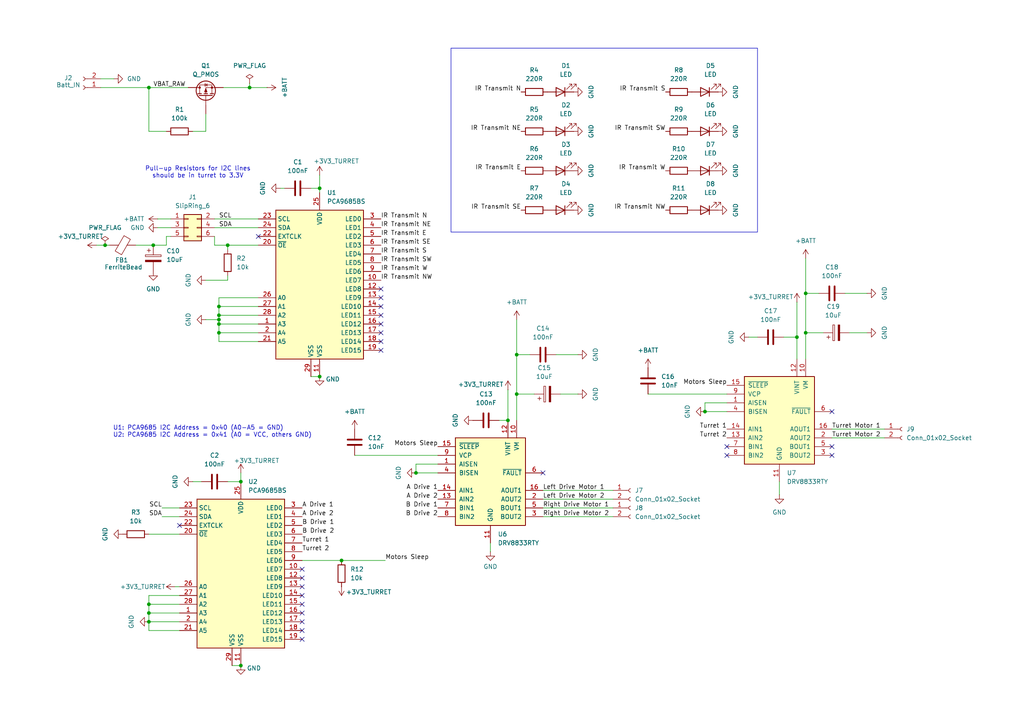
<source format=kicad_sch>
(kicad_sch (version 20250114) (generator "eeschema") (generator_version "9.0")
  (paper "A4")
  (title_block (title "Thundergeddon Tank Hull Board"))
  (lib_symbols
    (symbol "Connector:Conn_01x02_Socket" (pin_names (offset 1.016) (hide yes))
      (property "Reference" "J" (at 0 2.54 0))
      (property "Value" "Conn_01x02_Socket" (at 0 -5.08 0))
      (symbol "Conn_01x02_Socket_1_1"
        (polyline (pts (xy -1.27 0) (xy -0.508 0)) (stroke (width 0.1524)))
        (polyline (pts (xy -1.27 -2.54) (xy -0.508 -2.54)) (stroke (width 0.1524)))
        (arc (start 0 -0.508) (mid -0.5058 0) (end 0 0.508) (stroke (width 0.1524)))
        (arc (start 0 -3.048) (mid -0.5058 -2.54) (end 0 -2.032) (stroke (width 0.1524)))
        (pin passive line (at -5.08 0 0) (length 3.81) (name "Pin_1") (number "1"))
        (pin passive line (at -5.08 -2.54 0) (length 3.81) (name "Pin_2") (number "2"))
      )
    )
    (symbol "Connector_Generic:Conn_02x03_Odd_Even" (pin_names (offset 1.016) (hide yes))
      (property "Reference" "J" (at 1.27 5.08 0))
      (property "Value" "Conn_02x03_Odd_Even" (at 1.27 -5.08 0))
      (symbol "Conn_02x03_Odd_Even_1_1"
        (rectangle (start -1.27 3.81) (end 3.81 -3.81) (stroke (width 0.254)) (fill (type background)))
        (rectangle (start -1.27 2.667) (end 0 2.413) (stroke (width 0.1524)))
        (rectangle (start -1.27 0.127) (end 0 -0.127) (stroke (width 0.1524)))
        (rectangle (start -1.27 -2.413) (end 0 -2.667) (stroke (width 0.1524)))
        (rectangle (start 3.81 2.667) (end 2.54 2.413) (stroke (width 0.1524)))
        (rectangle (start 3.81 0.127) (end 2.54 -0.127) (stroke (width 0.1524)))
        (rectangle (start 3.81 -2.413) (end 2.54 -2.667) (stroke (width 0.1524)))
        (pin passive line (at -5.08 2.54 0) (length 3.81) (name "Pin_1") (number "1"))
        (pin passive line (at -5.08 0 0) (length 3.81) (name "Pin_3") (number "3"))
        (pin passive line (at -5.08 -2.54 0) (length 3.81) (name "Pin_5") (number "5"))
        (pin passive line (at 7.62 2.54 180) (length 3.81) (name "Pin_2") (number "2"))
        (pin passive line (at 7.62 0 180) (length 3.81) (name "Pin_4") (number "4"))
        (pin passive line (at 7.62 -2.54 180) (length 3.81) (name "Pin_6") (number "6"))
      )
    )
    (symbol "Device:C" (pin_numbers (hide yes)) (pin_names (offset 0.254))
      (property "Reference" "C" (at 0.635 2.54 0))
      (property "Value" "C" (at 0.635 -2.54 0))
      (symbol "C_0_1"
        (polyline (pts (xy -2.032 0.762) (xy 2.032 0.762)) (stroke (width 0.508)))
        (polyline (pts (xy -2.032 -0.762) (xy 2.032 -0.762)) (stroke (width 0.508)))
      )
      (symbol "C_1_1"
        (pin passive line (at 0 3.81 270) (length 2.794) (name "~") (number "1"))
        (pin passive line (at 0 -3.81 90) (length 2.794) (name "~") (number "2"))
      )
    )
    (symbol "Device:C_Polarized" (pin_numbers (hide yes)) (pin_names (offset 0.254))
      (property "Reference" "C" (at 0.635 2.54 0))
      (property "Value" "C_Polarized" (at 0.635 -2.54 0))
      (symbol "C_Polarized_0_1"
        (rectangle (start -2.286 0.508) (end 2.286 1.016))
        (polyline (pts (xy -1.778 2.286) (xy -0.762 2.286)))
        (polyline (pts (xy -1.27 2.794) (xy -1.27 1.778)))
        (rectangle (start 2.286 -0.508) (end -2.286 -1.016) (fill (type outline)))
      )
      (symbol "C_Polarized_1_1"
        (pin passive line (at 0 3.81 270) (length 2.794) (name "~") (number "1"))
        (pin passive line (at 0 -3.81 90) (length 2.794) (name "~") (number "2"))
      )
    )
    (symbol "Device:FerriteBead" (pin_numbers (hide yes)) (pin_names (offset 0))
      (property "Reference" "FB" (at -3.81 0.635 90))
      (property "Value" "FerriteBead" (at 3.81 0 90))
      (symbol "FerriteBead_0_1"
        (polyline (pts (xy -2.7686 0.4064) (xy -1.7018 2.2606) (xy 2.7686 -0.3048) (xy 1.6764 -2.159) (xy -2.7686 0.4064)))
        (polyline (pts (xy 0 1.27) (xy 0 1.2954)))
        (polyline (pts (xy 0 -1.27) (xy 0 -1.2192)))
      )
      (symbol "FerriteBead_1_1"
        (pin passive line (at 0 3.81 270) (length 2.54) (name "~") (number "1"))
        (pin passive line (at 0 -3.81 90) (length 2.54) (name "~") (number "2"))
      )
    )
    (symbol "Device:LED" (pin_numbers (hide yes)) (pin_names (offset 1.016) (hide yes))
      (property "Reference" "D" (at 0 2.54 0))
      (property "Value" "LED" (at 0 -2.54 0))
      (symbol "LED_0_1"
        (polyline (pts (xy -3.048 -0.762) (xy -4.572 -2.286) (xy -3.81 -2.286) (xy -4.572 -2.286) (xy -4.572 -1.524)))
        (polyline (pts (xy -1.778 -0.762) (xy -3.302 -2.286) (xy -2.54 -2.286) (xy -3.302 -2.286) (xy -3.302 -1.524)))
        (polyline (pts (xy -1.27 0) (xy 1.27 0)))
        (polyline (pts (xy -1.27 -1.27) (xy -1.27 1.27)) (stroke (width 0.254)))
        (polyline (pts (xy 1.27 -1.27) (xy 1.27 1.27) (xy -1.27 0) (xy 1.27 -1.27)) (stroke (width 0.254)))
      )
      (symbol "LED_1_1"
        (pin passive line (at -3.81 0 0) (length 2.54) (name "K") (number "1"))
        (pin passive line (at 3.81 0 180) (length 2.54) (name "A") (number "2"))
      )
    )
    (symbol "Device:Q_PMOS" (pin_numbers (hide yes)) (pin_names (offset 0) (hide yes))
      (property "Reference" "Q" (at 5.08 1.27 0))
      (property "Value" "Q_PMOS" (at 5.08 -1.27 0))
      (symbol "Q_PMOS_0_1"
        (polyline (pts (xy 0.254 1.905) (xy 0.254 -1.905)) (stroke (width 0.254)))
        (polyline (pts (xy 0.254 0) (xy -2.54 0)))
        (polyline (pts (xy 0.762 2.286) (xy 0.762 1.27)) (stroke (width 0.254)))
        (polyline (pts (xy 0.762 1.778) (xy 3.302 1.778) (xy 3.302 -1.778) (xy 0.762 -1.778)))
        (polyline (pts (xy 0.762 0.508) (xy 0.762 -0.508)) (stroke (width 0.254)))
        (polyline (pts (xy 0.762 -1.27) (xy 0.762 -2.286)) (stroke (width 0.254)))
        (circle (center 1.651 0) (radius 2.794) (stroke (width 0.254)))
        (polyline (pts (xy 2.286 0) (xy 1.27 0.381) (xy 1.27 -0.381) (xy 2.286 0)) (fill (type outline)))
        (polyline (pts (xy 2.54 2.54) (xy 2.54 1.778)))
        (circle (center 2.54 1.778) (radius 0.254) (fill (type outline)))
        (circle (center 2.54 -1.778) (radius 0.254) (fill (type outline)))
        (polyline (pts (xy 2.54 -2.54) (xy 2.54 0) (xy 0.762 0)))
        (polyline (pts (xy 2.921 -0.381) (xy 3.683 -0.381)))
        (polyline (pts (xy 3.302 -0.381) (xy 2.921 0.254) (xy 3.683 0.254) (xy 3.302 -0.381)))
      )
      (symbol "Q_PMOS_1_1"
        (pin input line (at -5.08 0 0) (length 2.54) (name "G") (number "G"))
        (pin passive line (at 2.54 5.08 270) (length 2.54) (name "D") (number "D"))
        (pin passive line (at 2.54 -5.08 90) (length 2.54) (name "S") (number "S"))
      )
    )
    (symbol "Device:R" (pin_numbers (hide yes)) (pin_names (offset 0))
      (property "Reference" "R" (at 2.032 0 90))
      (property "Value" "R" (at 0 0 90))
      (symbol "R_0_1"
        (rectangle (start -1.016 -2.54) (end 1.016 2.54) (stroke (width 0.254)))
      )
      (symbol "R_1_1"
        (pin passive line (at 0 3.81 270) (length 1.27) (name "~") (number "1"))
        (pin passive line (at 0 -3.81 90) (length 1.27) (name "~") (number "2"))
      )
    )
    (symbol "Driver_LED:PCA9685BS"
      (property "Reference" "U" (at -12.7 22.225 0))
      (property "Value" "PCA9685BS" (at 1.27 22.225 0))
      (symbol "PCA9685BS_0_1"
        (rectangle (start -12.7 20.32) (end 12.7 -22.86) (stroke (width 0.254)) (fill (type background)))
      )
      (symbol "PCA9685BS_1_1"
        (pin input line (at -17.78 17.78 0) (length 5.08) (name "SCL") (number "23"))
        (pin bidirectional line (at -17.78 15.24 0) (length 5.08) (name "SDA") (number "24"))
        (pin input line (at -17.78 12.7 0) (length 5.08) (name "EXTCLK") (number "22"))
        (pin input line (at -17.78 10.16 0) (length 5.08) (name "~{OE}") (number "20"))
        (pin input line (at -17.78 -5.08 0) (length 5.08) (name "A0") (number "26"))
        (pin input line (at -17.78 -7.62 0) (length 5.08) (name "A1") (number "27"))
        (pin input line (at -17.78 -10.16 0) (length 5.08) (name "A2") (number "28"))
        (pin input line (at -17.78 -12.7 0) (length 5.08) (name "A3") (number "1"))
        (pin input line (at -17.78 -15.24 0) (length 5.08) (name "A4") (number "2"))
        (pin input line (at -17.78 -17.78 0) (length 5.08) (name "A5") (number "21"))
        (pin power_in line (at -2.54 -27.94 90) (length 5.08) (name "VSS") (number "29"))
        (pin power_in line (at 0 25.4 270) (length 5.08) (name "VDD") (number "25"))
        (pin power_in line (at 0 -27.94 90) (length 5.08) (name "VSS") (number "11"))
        (pin output line (at 17.78 17.78 180) (length 5.08) (name "LED0") (number "3"))
        (pin output line (at 17.78 15.24 180) (length 5.08) (name "LED1") (number "4"))
        (pin output line (at 17.78 12.7 180) (length 5.08) (name "LED2") (number "5"))
        (pin output line (at 17.78 10.16 180) (length 5.08) (name "LED3") (number "6"))
        (pin output line (at 17.78 7.62 180) (length 5.08) (name "LED4") (number "7"))
        (pin output line (at 17.78 5.08 180) (length 5.08) (name "LED5") (number "8"))
        (pin output line (at 17.78 2.54 180) (length 5.08) (name "LED6") (number "9"))
        (pin output line (at 17.78 0 180) (length 5.08) (name "LED7") (number "10"))
        (pin output line (at 17.78 -2.54 180) (length 5.08) (name "LED8") (number "12"))
        (pin output line (at 17.78 -5.08 180) (length 5.08) (name "LED9") (number "13"))
        (pin output line (at 17.78 -7.62 180) (length 5.08) (name "LED10") (number "14"))
        (pin output line (at 17.78 -10.16 180) (length 5.08) (name "LED11") (number "15"))
        (pin output line (at 17.78 -12.7 180) (length 5.08) (name "LED12") (number "16"))
        (pin output line (at 17.78 -15.24 180) (length 5.08) (name "LED13") (number "17"))
        (pin output line (at 17.78 -17.78 180) (length 5.08) (name "LED14") (number "18"))
        (pin output line (at 17.78 -20.32 180) (length 5.08) (name "LED15") (number "19"))
      )
    )
    (symbol "Driver_Motor:DRV8833RTY" (pin_names (offset 1.016))
      (property "Reference" "U" (at -3.81 16.51 0))
      (property "Value" "DRV8833RTY" (at -3.81 13.97 0))
      (symbol "DRV8833RTY_0_1"
        (rectangle (start -10.16 12.7) (end 10.16 -12.7) (stroke (width 0.254)) (fill (type background)))
      )
      (symbol "DRV8833RTY_1_1"
        (pin input line (at -15.24 10.16 0) (length 5.08) (name "~{SLEEP}") (number "15"))
        (pin bidirectional line (at -15.24 7.62 0) (length 5.08) (name "VCP") (number "9"))
        (pin bidirectional line (at -15.24 5.08 0) (length 5.08) (name "AISEN") (number "1"))
        (pin bidirectional line (at -15.24 2.54 0) (length 5.08) (name "BISEN") (number "4"))
        (pin input line (at -15.24 -2.54 0) (length 5.08) (name "AIN1") (number "14"))
        (pin input line (at -15.24 -5.08 0) (length 5.08) (name "AIN2") (number "13"))
        (pin input line (at -15.24 -7.62 0) (length 5.08) (name "BIN1") (number "7"))
        (pin input line (at -15.24 -10.16 0) (length 5.08) (name "BIN2") (number "8"))
        (pin power_in line (at 0 -17.78 90) (length 5.08) (name "GND") (number "11"))
        (pin passive line (at 0 -17.78 90) (length 5.08) (hide yes) (name "GND") (number "17"))
        (pin power_in line (at 5.08 17.78 270) (length 5.08) (name "VINT") (number "12"))
        (pin power_in line (at 7.62 17.78 270) (length 5.08) (name "VM") (number "10"))
        (pin open_collector line (at 15.24 2.54 180) (length 5.08) (name "~{FAULT}") (number "6"))
        (pin power_out line (at 15.24 -2.54 180) (length 5.08) (name "AOUT1") (number "16"))
        (pin power_out line (at 15.24 -5.08 180) (length 5.08) (name "AOUT2") (number "2"))
        (pin power_out line (at 15.24 -7.62 180) (length 5.08) (name "BOUT1") (number "5"))
        (pin power_out line (at 15.24 -10.16 180) (length 5.08) (name "BOUT2") (number "3"))
      )
    )
    (symbol "power:+3V3" (power) (pin_numbers (hide yes)) (pin_names (offset 0) (hide yes))
      (property "Value" "+3V3" (at 0 3.556 0))
      (symbol "+3V3_0_1"
        (polyline (pts (xy -0.762 1.27) (xy 0 2.54)))
        (polyline (pts (xy 0 2.54) (xy 0.762 1.27)))
        (polyline (pts (xy 0 0) (xy 0 2.54)))
      )
      (symbol "+3V3_1_1"
        (pin power_in line (at 0 0 90) (length 0) (name "~") (number "1"))
      )
    )
    (symbol "power:+BATT" (power) (pin_numbers (hide yes)) (pin_names (offset 0) (hide yes))
      (property "Value" "+BATT" (at 0 3.556 0))
      (symbol "+BATT_0_1"
        (polyline (pts (xy -0.762 1.27) (xy 0 2.54)))
        (polyline (pts (xy 0 2.54) (xy 0.762 1.27)))
        (polyline (pts (xy 0 0) (xy 0 2.54)))
      )
      (symbol "+BATT_1_1"
        (pin power_in line (at 0 0 90) (length 0) (name "~") (number "1"))
      )
    )
    (symbol "power:GND" (power) (pin_numbers (hide yes)) (pin_names (offset 0) (hide yes))
      (property "Value" "GND" (at 0 -3.81 0))
      (symbol "GND_0_1"
        (polyline (pts (xy 0 0) (xy 0 -1.27) (xy 1.27 -1.27) (xy 0 -2.54) (xy -1.27 -1.27) (xy 0 -1.27)))
      )
      (symbol "GND_1_1"
        (pin power_in line (at 0 0 270) (length 0) (name "~") (number "1"))
      )
    )
    (symbol "power:PWR_FLAG" (power) (pin_numbers (hide yes)) (pin_names (offset 0) (hide yes))
      (property "Value" "PWR_FLAG" (at 0 3.81 0))
      (symbol "PWR_FLAG_0_0"
        (pin power_out line (at 0 0 90) (length 0) (name "~") (number "1"))
      )
      (symbol "PWR_FLAG_0_1"
        (polyline (pts (xy 0 0) (xy 0 1.27) (xy -1.016 1.905) (xy 0 2.54) (xy 1.016 1.905) (xy 0 1.27)))
      )
    )
  )
  (rectangle (start 130.81 13.97) (end 219.71 67.31))
  (text "U1: PCA9685 I2C Address = 0x40 (A0-A5 = GND)\nU2: PCA9685 I2C Address = 0x41 (A0 = VCC, others GND)" (at 32.766 125.222 0) (effects (font (size 1.27 1.27)) (justify left)))
  (text "Pull-up Resistors for I2C lines\nshould be in turret to 3.3V\n" (at 57.404 50.038 0) (effects (font (size 1.27 1.27))))
  (junction (at 233.68 85.09))
  (junction (at 43.18 175.26))
  (junction (at 69.85 193.04))
  (junction (at 43.18 180.34))
  (junction (at 233.68 96.52))
  (junction (at 120.65 137.16))
  (junction (at 44.45 71.12))
  (junction (at 63.5 93.98))
  (junction (at 63.5 88.9))
  (junction (at 43.18 177.8))
  (junction (at 147.32 121.92))
  (junction (at 92.71 54.61))
  (junction (at 149.86 114.3))
  (junction (at 63.5 91.44))
  (junction (at 204.47 119.38))
  (junction (at 231.14 97.79))
  (junction (at 69.85 139.7))
  (junction (at 43.18 25.4))
  (junction (at 63.5 92.71))
  (junction (at 149.86 102.87))
  (junction (at 99.06 162.56))
  (junction (at 63.5 96.52))
  (junction (at 92.71 109.22))
  (junction (at 30.48 71.12))
  (junction (at 72.39 25.4))
  (junction (at 66.04 71.12))
  (no_connect (at 110.49 99.06))
  (no_connect (at 210.82 132.08))
  (no_connect (at 87.63 185.42))
  (no_connect (at 87.63 175.26))
  (no_connect (at 241.3 119.38))
  (no_connect (at 110.49 91.44))
  (no_connect (at 110.49 101.6))
  (no_connect (at 110.49 86.36))
  (no_connect (at 241.3 129.54))
  (no_connect (at 74.93 68.58))
  (no_connect (at 87.63 182.88))
  (no_connect (at 110.49 83.82))
  (no_connect (at 110.49 93.98))
  (no_connect (at 157.48 137.16))
  (no_connect (at 87.63 177.8))
  (no_connect (at 241.3 132.08))
  (no_connect (at 110.49 88.9))
  (no_connect (at 87.63 165.1))
  (no_connect (at 87.63 167.64))
  (no_connect (at 210.82 129.54))
  (no_connect (at 87.63 180.34))
  (no_connect (at 52.07 152.4))
  (no_connect (at 110.49 96.52))
  (no_connect (at 87.63 172.72))
  (no_connect (at 87.63 170.18))
  (wire (pts (xy 48.26 68.58) (xy 49.53 68.58)))
  (wire (pts (xy 45.72 66.04) (xy 49.53 66.04)))
  (wire (pts (xy 233.68 96.52) (xy 238.76 96.52)))
  (wire (pts (xy 72.39 24.13) (xy 72.39 25.4)))
  (wire (pts (xy 162.56 114.3) (xy 167.64 114.3)))
  (wire (pts (xy 227.33 97.79) (xy 231.14 97.79)))
  (wire (pts (xy 55.88 38.1) (xy 59.69 38.1)))
  (wire (pts (xy 74.93 91.44) (xy 63.5 91.44)))
  (wire (pts (xy 66.04 71.12) (xy 74.93 71.12)))
  (wire (pts (xy 59.69 33.02) (xy 59.69 38.1)))
  (wire (pts (xy 63.5 91.44) (xy 63.5 92.71)))
  (wire (pts (xy 69.85 137.16) (xy 69.85 139.7)))
  (wire (pts (xy 63.5 92.71) (xy 63.5 93.98)))
  (wire (pts (xy 149.86 92.71) (xy 149.86 102.87)))
  (wire (pts (xy 39.37 71.12) (xy 44.45 71.12)))
  (wire (pts (xy 50.8 170.18) (xy 52.07 170.18)))
  (wire (pts (xy 144.78 121.92) (xy 147.32 121.92)))
  (wire (pts (xy 204.47 116.84) (xy 204.47 119.38)))
  (wire (pts (xy 66.04 139.7) (xy 69.85 139.7)))
  (wire (pts (xy 217.17 97.79) (xy 219.71 97.79)))
  (wire (pts (xy 72.39 25.4) (xy 77.47 25.4)))
  (wire (pts (xy 74.93 96.52) (xy 63.5 96.52)))
  (wire (pts (xy 62.23 63.5) (xy 74.93 63.5)))
  (wire (pts (xy 43.18 154.94) (xy 52.07 154.94)))
  (wire (pts (xy 48.26 71.12) (xy 44.45 71.12)))
  (wire (pts (xy 127 134.62) (xy 120.65 134.62)))
  (wire (pts (xy 204.47 119.38) (xy 210.82 119.38)))
  (wire (pts (xy 74.93 88.9) (xy 63.5 88.9)))
  (wire (pts (xy 63.5 96.52) (xy 63.5 99.06)))
  (wire (pts (xy 233.68 74.93) (xy 233.68 85.09)))
  (wire (pts (xy 157.48 149.86) (xy 177.8 149.86)))
  (wire (pts (xy 46.99 147.32) (xy 52.07 147.32)))
  (wire (pts (xy 149.86 114.3) (xy 154.94 114.3)))
  (wire (pts (xy 66.04 71.12) (xy 62.23 71.12)))
  (wire (pts (xy 149.86 102.87) (xy 149.86 114.3)))
  (wire (pts (xy 246.38 96.52) (xy 251.46 96.52)))
  (wire (pts (xy 52.07 177.8) (xy 43.18 177.8)))
  (wire (pts (xy 66.04 72.39) (xy 66.04 71.12)))
  (wire (pts (xy 245.11 85.09) (xy 251.46 85.09)))
  (wire (pts (xy 66.04 80.01) (xy 66.04 81.28)))
  (wire (pts (xy 48.26 71.12) (xy 48.26 68.58)))
  (wire (pts (xy 102.87 132.08) (xy 127 132.08)))
  (wire (pts (xy 63.5 93.98) (xy 63.5 96.52)))
  (wire (pts (xy 142.24 160.02) (xy 142.24 157.48)))
  (wire (pts (xy 59.69 92.71) (xy 63.5 92.71)))
  (wire (pts (xy 67.31 193.04) (xy 69.85 193.04)))
  (wire (pts (xy 43.18 25.4) (xy 43.18 38.1)))
  (wire (pts (xy 43.18 177.8) (xy 43.18 180.34)))
  (wire (pts (xy 48.26 38.1) (xy 43.18 38.1)))
  (wire (pts (xy 30.48 71.12) (xy 31.75 71.12)))
  (wire (pts (xy 81.28 54.61) (xy 82.55 54.61)))
  (wire (pts (xy 157.48 144.78) (xy 177.8 144.78)))
  (wire (pts (xy 231.14 87.63) (xy 231.14 97.79)))
  (wire (pts (xy 226.06 139.7) (xy 226.06 143.51)))
  (wire (pts (xy 92.71 50.8) (xy 92.71 54.61)))
  (wire (pts (xy 29.21 25.4) (xy 43.18 25.4)))
  (wire (pts (xy 241.3 127) (xy 256.54 127)))
  (wire (pts (xy 52.07 175.26) (xy 43.18 175.26)))
  (wire (pts (xy 43.18 175.26) (xy 43.18 177.8)))
  (wire (pts (xy 233.68 85.09) (xy 237.49 85.09)))
  (wire (pts (xy 62.23 71.12) (xy 62.23 68.58)))
  (wire (pts (xy 149.86 114.3) (xy 149.86 121.92)))
  (wire (pts (xy 63.5 88.9) (xy 63.5 91.44)))
  (wire (pts (xy 74.93 93.98) (xy 63.5 93.98)))
  (wire (pts (xy 120.65 134.62) (xy 120.65 137.16)))
  (wire (pts (xy 149.86 102.87) (xy 153.67 102.87)))
  (wire (pts (xy 231.14 97.79) (xy 231.14 104.14)))
  (wire (pts (xy 99.06 162.56) (xy 87.63 162.56)))
  (wire (pts (xy 52.07 182.88) (xy 43.18 182.88)))
  (wire (pts (xy 66.04 81.28) (xy 59.69 81.28)))
  (wire (pts (xy 90.17 54.61) (xy 92.71 54.61)))
  (wire (pts (xy 63.5 86.36) (xy 63.5 88.9)))
  (wire (pts (xy 187.96 114.3) (xy 210.82 114.3)))
  (wire (pts (xy 210.82 116.84) (xy 204.47 116.84)))
  (wire (pts (xy 55.88 139.7) (xy 58.42 139.7)))
  (wire (pts (xy 74.93 86.36) (xy 63.5 86.36)))
  (wire (pts (xy 241.3 124.46) (xy 256.54 124.46)))
  (wire (pts (xy 147.32 113.03) (xy 147.32 121.92)))
  (wire (pts (xy 46.99 149.86) (xy 52.07 149.86)))
  (wire (pts (xy 62.23 66.04) (xy 74.93 66.04)))
  (wire (pts (xy 233.68 85.09) (xy 233.68 96.52)))
  (wire (pts (xy 111.76 162.56) (xy 99.06 162.56)))
  (wire (pts (xy 64.77 25.4) (xy 72.39 25.4)))
  (wire (pts (xy 74.93 99.06) (xy 63.5 99.06)))
  (wire (pts (xy 45.72 63.5) (xy 49.53 63.5)))
  (wire (pts (xy 43.18 182.88) (xy 43.18 180.34)))
  (wire (pts (xy 92.71 54.61) (xy 92.71 55.88)))
  (wire (pts (xy 233.68 96.52) (xy 233.68 104.14)))
  (wire (pts (xy 157.48 147.32) (xy 177.8 147.32)))
  (wire (pts (xy 90.17 109.22) (xy 92.71 109.22)))
  (wire (pts (xy 29.21 22.86) (xy 33.02 22.86)))
  (wire (pts (xy 43.18 180.34) (xy 52.07 180.34)))
  (wire (pts (xy 161.29 102.87) (xy 167.64 102.87)))
  (wire (pts (xy 43.18 25.4) (xy 54.61 25.4)))
  (wire (pts (xy 43.18 172.72) (xy 43.18 175.26)))
  (wire (pts (xy 157.48 142.24) (xy 177.8 142.24)))
  (wire (pts (xy 27.94 71.12) (xy 30.48 71.12)))
  (wire (pts (xy 52.07 172.72) (xy 43.18 172.72)))
  (wire (pts (xy 120.65 137.16) (xy 127 137.16)))
  (label "Motors Sleep" (at 210.82 111.76 180))
  (label "Turret 1" (at 87.63 157.48 0))
  (label "SCL" (at 46.99 147.32 180))
  (label "Turret Motor 2" (at 241.3 127 0))
  (label "IR Transmit NW" (at 193.04 60.96 180))
  (label "IR Transmit S" (at 193.04 26.67 180))
  (label "IR Transmit NE" (at 151.13 38.1 180))
  (label "A Drive 1" (at 87.63 147.32 0))
  (label "Motors Sleep" (at 111.76 162.56 0))
  (label "IR Transmit E" (at 151.13 49.53 180))
  (label "Left Drive Motor 2" (at 157.48 144.78 0))
  (label "IR Transmit NW" (at 110.49 81.28 0))
  (label "IR Transmit E" (at 110.49 68.58 0))
  (label "IR Transmit SW" (at 110.49 76.2 0))
  (label "A Drive 2" (at 127 144.78 180))
  (label "SCL" (at 63.5 63.5 0))
  (label "IR Transmit N" (at 110.49 63.5 0))
  (label "A Drive 2" (at 87.63 149.86 0))
  (label "IR Transmit NE" (at 110.49 66.04 0))
  (label "IR Transmit W" (at 110.49 78.74 0))
  (label "B Drive 2" (at 127 149.86 180))
  (label "Left Drive Motor 1" (at 157.48 142.24 0))
  (label "IR Transmit SE" (at 110.49 71.12 0))
  (label "Motors Sleep" (at 127 129.54 180))
  (label "IR Transmit SE" (at 151.13 60.96 180))
  (label "A Drive 1" (at 127 142.24 180))
  (label "IR Transmit W" (at 193.04 49.53 180))
  (label "Right Drive Motor 1" (at 157.48 147.32 0))
  (label "IR Transmit S" (at 110.49 73.66 0))
  (label "Turret 2" (at 87.63 160.02 0))
  (label "B Drive 1" (at 127 147.32 180))
  (label "Right Drive Motor 2" (at 157.48 149.86 0))
  (label "B Drive 1" (at 87.63 152.4 0))
  (label "SDA" (at 63.5 66.04 0))
  (label "B Drive 2" (at 87.63 154.94 0))
  (label "Turret Motor 1" (at 241.3 124.46 0))
  (label "SDA" (at 46.99 149.86 180))
  (label "IR Transmit SW" (at 193.04 38.1 180))
  (label "IR Transmit N" (at 151.13 26.67 180))
  (label "Turret 2" (at 210.82 127 180))
  (label "VBAT_RAW" (at 44.45 25.4 0))
  (label "Turret 1" (at 210.82 124.46 180))
  (symbol (lib_id "power:+BATT") (at 102.87 124.46 0) (unit 1)
    (property "Reference" "#PWR045" (effects (hide yes)))
    (property "Value" "+BATT" (at 102.87 119.38 0))
    (property "Description" "Power symbol creates a global label with name \"+BATT\"" (effects (hide yes)))
  )
  (symbol (lib_id "power:GND") (at 43.18 180.34 270) (unit 1)
    (property "Reference" "#PWR039" (effects (hide yes)))
    (property "Value" "GND" (at 38.1 180.34 0))
    (property "Description" "Power symbol creates a global label with name \"GND\" , ground" (effects (hide yes)))
  )
  (symbol (lib_id "power:GND") (at 59.69 92.71 270) (unit 1)
    (property "Reference" "#PWR038" (effects (hide yes)))
    (property "Value" "GND" (at 54.61 92.71 0))
    (property "Description" "Power symbol creates a global label with name \"GND\" , ground" (effects (hide yes)))
  )
  (symbol (lib_id "Device:C_Polarized") (at 242.57 96.52 90) (unit 1)
    (property "Reference" "C19" (at 241.681 88.9 90))
    (property "Value" "10uF" (at 241.681 91.44 90))
    (property "Footprint" "Capacitor_SMD:CP_Elec_4x5.8" (effects (hide yes)))
    (property "Description" "Polarized capacitor" (effects (hide yes)))
  )
  (symbol (lib_id "power:+BATT") (at 147.32 113.03 0) (unit 1)
    (property "Reference" "#PWR07" (effects (hide yes)))
    (property "Value" "+3V3_TURRET" (at 139.446 111.506 0))
    (property "Description" "Power symbol creates a global label with name \"+BATT\"" (effects (hide yes)))
  )
  (symbol (lib_id "power:GND") (at 166.37 26.67 90) (unit 1)
    (property "Reference" "#PWR030" (effects (hide yes)))
    (property "Value" "GND" (at 171.45 26.67 0))
    (property "Description" "Power symbol creates a global label with name \"GND\" , ground" (effects (hide yes)))
  )
  (symbol (lib_id "power:GND") (at 137.16 121.92 270) (unit 1)
    (property "Reference" "#PWR047" (effects (hide yes)))
    (property "Value" "GND" (at 132.08 121.92 0))
    (property "Description" "Power symbol creates a global label with name \"GND\" , ground" (effects (hide yes)))
  )
  (symbol (lib_id "power:GND") (at 69.85 193.04 0) (unit 1)
    (property "Reference" "#PWR043" (effects (hide yes)))
    (property "Value" "GND" (at 73.66 193.802 0))
    (property "Description" "Power symbol creates a global label with name \"GND\" , ground" (effects (hide yes)))
  )
  (symbol (lib_id "Driver_LED:PCA9685BS") (at 92.71 81.28 0) (unit 1)
    (property "Reference" "U1" (at 94.8533 55.88 0) (effects (justify left)))
    (property "Value" "PCA9685BS" (at 94.8533 58.42 0) (effects (justify left)))
    (property "Footprint" "Package_DFN_QFN:QFN-28-1EP_6x6mm_P0.65mm_EP4.25x4.25mm" (effects (hide yes)))
    (property "Datasheet" "http://www.nxp.com/docs/en/data-sheet/PCA9685.pdf" (effects (hide yes)))
    (property "Description" "16-channel 12-bit PWM Fm+ I2C-bus LED controller RGBA QFN" (effects (hide yes)))
  )
  (symbol (lib_id "Device:R") (at 154.94 38.1 270) (unit 1)
    (property "Reference" "R5" (at 154.94 31.75 90))
    (property "Value" "220R" (at 154.94 34.29 90))
    (property "Description" "Resistor" (effects (hide yes)))
  )
  (symbol (lib_id "power:GND") (at 142.24 160.02 0) (unit 1)
    (property "Reference" "#PWR048" (effects (hide yes)))
    (property "Value" "GND" (at 142.24 164.338 0))
    (property "Description" "Power symbol creates a global label with name \"GND\" , ground" (effects (hide yes)))
  )
  (symbol (lib_id "power:+BATT") (at 231.14 87.63 0) (unit 1)
    (property "Reference" "#PWR056" (effects (hide yes)))
    (property "Value" "+3V3_TURRET" (at 223.52 86.106 0))
    (property "Description" "Power symbol creates a global label with name \"+BATT\"" (effects (hide yes)))
  )
  (symbol (lib_id "power:+BATT") (at 50.8 170.18 90) (unit 1)
    (property "Reference" "#PWR09" (effects (hide yes)))
    (property "Value" "+3V3_TURRET" (at 41.402 170.18 90))
    (property "Description" "Power symbol creates a global label with name \"+BATT\"" (effects (hide yes)))
  )
  (symbol (lib_id "power:GND") (at 208.28 26.67 90) (unit 1)
    (property "Reference" "#PWR034" (effects (hide yes)))
    (property "Value" "GND" (at 213.36 26.67 0))
    (property "Description" "Power symbol creates a global label with name \"GND\" , ground" (effects (hide yes)))
  )
  (symbol (lib_id "Device:C") (at 223.52 97.79 90) (unit 1)
    (property "Reference" "C17" (at 223.52 90.17 90))
    (property "Value" "100nF" (at 223.52 92.71 90))
    (property "Description" "Unpolarized capacitor" (effects (hide yes)))
  )
  (symbol (lib_id "Device:R") (at 154.94 60.96 270) (unit 1)
    (property "Reference" "R7" (at 154.94 54.61 90))
    (property "Value" "220R" (at 154.94 57.15 90))
    (property "Description" "Resistor" (effects (hide yes)))
  )
  (symbol (lib_id "Device:LED") (at 204.47 60.96 180) (unit 1)
    (property "Reference" "D8" (at 206.0575 53.34 0))
    (property "Value" "LED" (at 206.0575 55.88 0))
    (property "Description" "Light emitting diode" (effects (hide yes)))
    (property "Sim.Pins" "1=K 2=A" (effects (hide yes)))
  )
  (symbol (lib_id "Driver_Motor:DRV8833RTY") (at 226.06 121.92 0) (unit 1)
    (property "Reference" "U7" (at 228.2033 137.16 0) (effects (justify left)))
    (property "Value" "DRV8833RTY" (at 228.2033 139.7 0) (effects (justify left)))
    (property "Footprint" "Package_DFN_QFN:Texas_RTY_WQFN-16-1EP_4x4mm_P0.65mm_EP2.1x2.1mm_ThermalVias" (effects (hide yes)))
    (property "Datasheet" "http://www.ti.com/lit/ds/symlink/drv8833.pdf" (effects (hide yes)))
    (property "Description" "Dual H-Bridge Motor Driver, WQFN-16" (effects (hide yes)))
  )
  (symbol (lib_id "power:+BATT") (at 77.47 25.4 270) (unit 1)
    (property "Reference" "#PWR02" (effects (hide yes)))
    (property "Value" "+BATT" (at 82.55 25.4 0))
    (property "Description" "Power symbol creates a global label with name \"+BATT\"" (effects (hide yes)))
  )
  (symbol (lib_id "Device:C") (at 241.3 85.09 270) (unit 1)
    (property "Reference" "C18" (at 241.3 77.47 90))
    (property "Value" "100nF" (at 241.3 80.01 90))
    (property "Description" "Unpolarized capacitor" (effects (hide yes)))
  )
  (symbol (lib_id "Device:LED") (at 162.56 38.1 180) (unit 1)
    (property "Reference" "D2" (at 164.1475 30.48 0))
    (property "Value" "LED" (at 164.1475 33.02 0))
    (property "Description" "Light emitting diode" (effects (hide yes)))
    (property "Sim.Pins" "1=K 2=A" (effects (hide yes)))
  )
  (symbol (lib_id "power:GND") (at 55.88 139.7 270) (unit 1)
    (property "Reference" "#PWR017" (effects (hide yes)))
    (property "Value" "GND" (at 50.8 139.7 0))
    (property "Description" "Power symbol creates a global label with name \"GND\" , ground" (effects (hide yes)))
  )
  (symbol (lib_id "power:GND") (at 166.37 49.53 90) (unit 1)
    (property "Reference" "#PWR032" (effects (hide yes)))
    (property "Value" "GND" (at 171.45 49.53 0))
    (property "Description" "Power symbol creates a global label with name \"GND\" , ground" (effects (hide yes)))
  )
  (symbol (lib_id "power:+BATT") (at 187.96 106.68 0) (unit 1)
    (property "Reference" "#PWR052" (effects (hide yes)))
    (property "Value" "+BATT" (at 187.96 101.6 0))
    (property "Description" "Power symbol creates a global label with name \"+BATT\"" (effects (hide yes)))
  )
  (symbol (lib_id "power:GND") (at 167.64 102.87 90) (unit 1)
    (property "Reference" "#PWR050" (effects (hide yes)))
    (property "Value" "GND" (at 172.72 102.87 0))
    (property "Description" "Power symbol creates a global label with name \"GND\" , ground" (effects (hide yes)))
  )
  (symbol (lib_id "power:GND") (at 208.28 38.1 90) (unit 1)
    (property "Reference" "#PWR035" (effects (hide yes)))
    (property "Value" "GND" (at 213.36 38.1 0))
    (property "Description" "Power symbol creates a global label with name \"GND\" , ground" (effects (hide yes)))
  )
  (symbol (lib_id "Connector:Conn_01x02_Socket") (at 182.88 142.24 0) (unit 1)
    (property "Reference" "J7" (at 184.15 142.2399 0) (effects (justify left)))
    (property "Value" "Conn_01x02_Socket" (at 184.15 144.7799 0) (effects (justify left)))
    (property "Description" "Generic connector, single row, 01x02, script generated" (effects (hide yes)))
  )
  (symbol (lib_id "power:+BATT") (at 92.71 50.8 0) (unit 1)
    (property "Reference" "#PWR04" (effects (hide yes)))
    (property "Value" "+3V3_TURRET" (at 97.536 46.736 0))
    (property "Description" "Power symbol creates a global label with name \"+BATT\"" (effects (hide yes)))
  )
  (symbol (lib_id "power:GND") (at 166.37 60.96 90) (unit 1)
    (property "Reference" "#PWR033" (effects (hide yes)))
    (property "Value" "GND" (at 171.45 60.96 0))
    (property "Description" "Power symbol creates a global label with name \"GND\" , ground" (effects (hide yes)))
  )
  (symbol (lib_id "Connector_Generic:Conn_02x03_Odd_Even") (at 54.61 66.04 0) (unit 1)
    (property "Reference" "J1" (at 55.88 57.15 0))
    (property "Value" "SlipRing_6" (at 55.88 59.69 0))
    (property "Description" "Generic connector, double row, 02x03, odd/even pin numbering scheme (row 1 odd numbers, row 2 even numbers), script generated (kicad-library-utils/schlib/autogen/connector/)" (effects (hide yes)))
  )
  (symbol (lib_id "Device:C") (at 102.87 128.27 0) (unit 1)
    (property "Reference" "C12" (at 106.68 126.9999 0) (effects (justify left)))
    (property "Value" "10nF" (at 106.68 129.5399 0) (effects (justify left)))
    (property "Description" "Unpolarized capacitor" (effects (hide yes)))
  )
  (symbol (lib_id "power:GND") (at 33.02 22.86 90) (unit 1)
    (property "Reference" "#PWR016" (effects (hide yes)))
    (property "Value" "GND" (at 36.83 22.8599 90) (effects (justify right)))
    (property "Description" "Power symbol creates a global label with name \"GND\" , ground" (effects (hide yes)))
  )
  (symbol (lib_id "power:PWR_FLAG") (at 72.39 24.13 0) (unit 1)
    (property "Reference" "#FLG01" (effects (hide yes)))
    (property "Value" "PWR_FLAG" (at 72.39 19.05 0))
    (property "Description" "Special symbol for telling ERC where power comes from" (effects (hide yes)))
  )
  (symbol (lib_id "Driver_LED:PCA9685BS") (at 69.85 165.1 0) (unit 1)
    (property "Reference" "U2" (at 71.9933 139.7 0) (effects (justify left)))
    (property "Value" "PCA9685BS" (at 71.9933 142.24 0) (effects (justify left)))
    (property "Footprint" "Package_DFN_QFN:QFN-28-1EP_6x6mm_P0.65mm_EP4.25x4.25mm" (effects (hide yes)))
    (property "Datasheet" "http://www.nxp.com/docs/en/data-sheet/PCA9685.pdf" (effects (hide yes)))
    (property "Description" "16-channel 12-bit PWM Fm+ I2C-bus LED controller RGBA QFN" (effects (hide yes)))
  )
  (symbol (lib_id "power:GND") (at 167.64 114.3 90) (unit 1)
    (property "Reference" "#PWR051" (effects (hide yes)))
    (property "Value" "GND" (at 172.72 114.3 0))
    (property "Description" "Power symbol creates a global label with name \"GND\" , ground" (effects (hide yes)))
  )
  (symbol (lib_id "power:+BATT") (at 233.68 74.93 0) (unit 1)
    (property "Reference" "#PWR057" (effects (hide yes)))
    (property "Value" "+BATT" (at 233.68 69.85 0))
    (property "Description" "Power symbol creates a global label with name \"+BATT\"" (effects (hide yes)))
  )
  (symbol (lib_id "Connector:Conn_01x02_Socket") (at 261.62 124.46 0) (unit 1)
    (property "Reference" "J9" (at 262.89 124.4599 0) (effects (justify left)))
    (property "Value" "Conn_01x02_Socket" (at 262.89 126.9999 0) (effects (justify left)))
    (property "Description" "Generic connector, single row, 01x02, script generated" (effects (hide yes)))
  )
  (symbol (lib_id "power:GND") (at 226.06 143.51 0) (unit 1)
    (property "Reference" "#PWR055" (effects (hide yes)))
    (property "Value" "GND" (at 226.06 148.59 0))
    (property "Description" "Power symbol creates a global label with name \"GND\" , ground" (effects (hide yes)))
  )
  (symbol (lib_id "power:GND") (at 208.28 49.53 90) (unit 1)
    (property "Reference" "#PWR036" (effects (hide yes)))
    (property "Value" "GND" (at 213.36 49.53 0))
    (property "Description" "Power symbol creates a global label with name \"GND\" , ground" (effects (hide yes)))
  )
  (symbol (lib_id "power:GND") (at 59.69 81.28 270) (unit 1)
    (property "Reference" "#PWR025" (effects (hide yes)))
    (property "Value" "GND" (at 54.61 81.28 0))
    (property "Description" "Power symbol creates a global label with name \"GND\" , ground" (effects (hide yes)))
  )
  (symbol (lib_id "power:GND") (at 251.46 96.52 90) (unit 1)
    (property "Reference" "#PWR059" (effects (hide yes)))
    (property "Value" "GND" (at 256.54 96.52 0))
    (property "Description" "Power symbol creates a global label with name \"GND\" , ground" (effects (hide yes)))
  )
  (symbol (lib_id "Device:R") (at 52.07 38.1 270) (unit 1)
    (property "Reference" "R1" (at 52.07 31.75 90))
    (property "Value" "100k" (at 52.07 34.29 90))
    (property "Description" "Resistor" (effects (hide yes)))
  )
  (symbol (lib_id "power:GND") (at 217.17 97.79 270) (unit 1)
    (property "Reference" "#PWR054" (effects (hide yes)))
    (property "Value" "GND" (at 212.09 97.79 0))
    (property "Description" "Power symbol creates a global label with name \"GND\" , ground" (effects (hide yes)))
  )
  (symbol (lib_id "Device:Q_PMOS") (at 59.69 27.94 90) (unit 1)
    (property "Reference" "Q1" (at 59.69 19.05 90))
    (property "Value" "Q_PMOS" (at 59.69 21.59 90))
    (property "Description" "P-MOSFET transistor" (effects (hide yes)))
  )
  (symbol (lib_id "Connector:Conn_01x02_Socket") (at 182.88 147.32 0) (unit 1)
    (property "Reference" "J8" (at 184.15 147.3199 0) (effects (justify left)))
    (property "Value" "Conn_01x02_Socket" (at 184.15 149.8599 0) (effects (justify left)))
    (property "Description" "Generic connector, single row, 01x02, script generated" (effects (hide yes)))
  )
  (symbol (lib_id "power:+BATT") (at 99.06 170.18 180) (unit 1)
    (property "Reference" "#PWR08" (effects (hide yes)))
    (property "Value" "+3V3_TURRET" (at 106.934 171.704 0))
    (property "Description" "Power symbol creates a global label with name \"+BATT\"" (effects (hide yes)))
  )
  (symbol (lib_id "Device:FerriteBead") (at 35.56 71.12 270) (unit 1)
    (property "Reference" "FB1" (at 35.306 75.438 90))
    (property "Value" "FerriteBead" (at 35.814 77.47 90))
    (property "Description" "Ferrite bead" (effects (hide yes)))
  )
  (symbol (lib_id "Connector:Conn_01x02_Socket") (at 24.13 25.4 180) (unit 1)
    (property "Reference" "J2" (at 19.812 22.606 0))
    (property "Value" "Batt_IN" (at 19.812 24.638 0))
    (property "Description" "Generic connector, single row, 01x02, script generated" (effects (hide yes)))
  )
  (symbol (lib_id "Device:C") (at 140.97 121.92 90) (unit 1)
    (property "Reference" "C13" (at 140.97 114.3 90))
    (property "Value" "100nF" (at 140.97 116.84 90))
    (property "Description" "Unpolarized capacitor" (effects (hide yes)))
  )
  (symbol (lib_id "power:GND") (at 208.28 60.96 90) (unit 1)
    (property "Reference" "#PWR037" (effects (hide yes)))
    (property "Value" "GND" (at 213.36 60.96 0))
    (property "Description" "Power symbol creates a global label with name \"GND\" , ground" (effects (hide yes)))
  )
  (symbol (lib_id "power:GND") (at 204.47 119.38 270) (unit 1)
    (property "Reference" "#PWR053" (effects (hide yes)))
    (property "Value" "GND" (at 199.39 119.38 0))
    (property "Description" "Power symbol creates a global label with name \"GND\" , ground" (effects (hide yes)))
  )
  (symbol (lib_id "Device:R") (at 196.85 26.67 270) (unit 1)
    (property "Reference" "R8" (at 196.85 20.32 90))
    (property "Value" "220R" (at 196.85 22.86 90))
    (property "Description" "Resistor" (effects (hide yes)))
  )
  (symbol (lib_id "Device:R") (at 196.85 49.53 270) (unit 1)
    (property "Reference" "R10" (at 196.85 43.18 90))
    (property "Value" "220R" (at 196.85 45.72 90))
    (property "Description" "Resistor" (effects (hide yes)))
  )
  (symbol (lib_id "Device:R") (at 196.85 38.1 270) (unit 1)
    (property "Reference" "R9" (at 196.85 31.75 90))
    (property "Value" "220R" (at 196.85 34.29 90))
    (property "Description" "Resistor" (effects (hide yes)))
  )
  (symbol (lib_id "Device:R") (at 39.37 154.94 270) (unit 1)
    (property "Reference" "R3" (at 39.37 148.59 90))
    (property "Value" "10k" (at 39.37 151.13 90))
    (property "Description" "Resistor" (effects (hide yes)))
  )
  (symbol (lib_id "power:GND") (at 44.45 78.74 0) (unit 1)
    (property "Reference" "#PWR040" (effects (hide yes)))
    (property "Value" "GND" (at 44.45 83.82 0))
    (property "Description" "Power symbol creates a global label with name \"GND\" , ground" (effects (hide yes)))
  )
  (symbol (lib_id "power:+3V3") (at 27.94 71.12 90) (unit 1)
    (property "Reference" "#PWR01" (effects (hide yes)))
    (property "Value" "+3V3_TURRET" (at 29.972 68.58 90) (effects (justify left)))
    (property "Description" "Power symbol creates a global label with name \"+3V3\"" (effects (hide yes)))
  )
  (symbol (lib_id "Device:R") (at 154.94 26.67 270) (unit 1)
    (property "Reference" "R4" (at 154.94 20.32 90))
    (property "Value" "220R" (at 154.94 22.86 90))
    (property "Description" "Resistor" (effects (hide yes)))
  )
  (symbol (lib_id "Device:C_Polarized") (at 44.45 74.93 0) (unit 1)
    (property "Reference" "C10" (at 48.26 72.7709 0) (effects (justify left)))
    (property "Value" "10uF" (at 48.26 75.3109 0) (effects (justify left)))
    (property "Footprint" "Capacitor_SMD:CP_Elec_4x5.8" (effects (hide yes)))
    (property "Description" "Polarized capacitor" (effects (hide yes)))
  )
  (symbol (lib_id "Device:C") (at 157.48 102.87 270) (unit 1)
    (property "Reference" "C14" (at 157.48 95.25 90))
    (property "Value" "100nF" (at 157.48 97.79 90))
    (property "Description" "Unpolarized capacitor" (effects (hide yes)))
  )
  (symbol (lib_id "Device:LED") (at 204.47 26.67 180) (unit 1)
    (property "Reference" "D5" (at 206.0575 19.05 0))
    (property "Value" "LED" (at 206.0575 21.59 0))
    (property "Description" "Light emitting diode" (effects (hide yes)))
    (property "Sim.Pins" "1=K 2=A" (effects (hide yes)))
  )
  (symbol (lib_id "Device:C") (at 86.36 54.61 270) (unit 1)
    (property "Reference" "C1" (at 86.36 46.99 90))
    (property "Value" "100nF" (at 86.36 49.53 90))
    (property "Description" "Unpolarized capacitor" (effects (hide yes)))
  )
  (symbol (lib_id "power:GND") (at 45.72 66.04 270) (unit 1)
    (property "Reference" "#PWR015" (effects (hide yes)))
    (property "Value" "GND" (at 41.91 66.0399 90) (effects (justify right)))
    (property "Description" "Power symbol creates a global label with name \"GND\" , ground" (effects (hide yes)))
  )
  (symbol (lib_id "power:PWR_FLAG") (at 30.48 71.12 0) (unit 1)
    (property "Reference" "#FLG02" (effects (hide yes)))
    (property "Value" "PWR_FLAG" (at 30.48 66.04 0))
    (property "Description" "Special symbol for telling ERC where power comes from" (effects (hide yes)))
  )
  (symbol (lib_id "Device:C") (at 187.96 110.49 0) (unit 1)
    (property "Reference" "C16" (at 191.77 109.2199 0) (effects (justify left)))
    (property "Value" "10nF" (at 191.77 111.7599 0) (effects (justify left)))
    (property "Description" "Unpolarized capacitor" (effects (hide yes)))
  )
  (symbol (lib_id "power:+BATT") (at 45.72 63.5 90) (unit 1)
    (property "Reference" "#PWR05" (effects (hide yes)))
    (property "Value" "+BATT" (at 41.91 63.4999 90) (effects (justify left)))
    (property "Description" "Power symbol creates a global label with name \"+BATT\"" (effects (hide yes)))
  )
  (symbol (lib_id "Driver_Motor:DRV8833RTY") (at 142.24 139.7 0) (unit 1)
    (property "Reference" "U6" (at 144.3833 154.94 0) (effects (justify left)))
    (property "Value" "DRV8833RTY" (at 144.3833 157.48 0) (effects (justify left)))
    (property "Footprint" "Package_DFN_QFN:Texas_RTY_WQFN-16-1EP_4x4mm_P0.65mm_EP2.1x2.1mm_ThermalVias" (effects (hide yes)))
    (property "Datasheet" "http://www.ti.com/lit/ds/symlink/drv8833.pdf" (effects (hide yes)))
    (property "Description" "Dual H-Bridge Motor Driver, WQFN-16" (effects (hide yes)))
  )
  (symbol (lib_id "power:GND") (at 92.71 109.22 0) (unit 1)
    (property "Reference" "#PWR027" (effects (hide yes)))
    (property "Value" "GND" (at 96.52 109.982 0))
    (property "Description" "Power symbol creates a global label with name \"GND\" , ground" (effects (hide yes)))
  )
  (symbol (lib_id "Device:LED") (at 204.47 49.53 180) (unit 1)
    (property "Reference" "D7" (at 206.0575 41.91 0))
    (property "Value" "LED" (at 206.0575 44.45 0))
    (property "Description" "Light emitting diode" (effects (hide yes)))
    (property "Sim.Pins" "1=K 2=A" (effects (hide yes)))
  )
  (symbol (lib_id "Device:C_Polarized") (at 158.75 114.3 90) (unit 1)
    (property "Reference" "C15" (at 157.861 106.68 90))
    (property "Value" "10uF" (at 157.861 109.22 90))
    (property "Footprint" "Capacitor_SMD:CP_Elec_4x5.8" (effects (hide yes)))
    (property "Description" "Polarized capacitor" (effects (hide yes)))
  )
  (symbol (lib_id "Device:LED") (at 162.56 26.67 180) (unit 1)
    (property "Reference" "D1" (at 164.1475 19.05 0))
    (property "Value" "LED" (at 164.1475 21.59 0))
    (property "Description" "Light emitting diode" (effects (hide yes)))
    (property "Sim.Pins" "1=K 2=A" (effects (hide yes)))
  )
  (symbol (lib_id "power:GND") (at 251.46 85.09 90) (unit 1)
    (property "Reference" "#PWR058" (effects (hide yes)))
    (property "Value" "GND" (at 256.54 85.09 0))
    (property "Description" "Power symbol creates a global label with name \"GND\" , ground" (effects (hide yes)))
  )
  (symbol (lib_id "power:GND") (at 81.28 54.61 270) (unit 1)
    (property "Reference" "#PWR018" (effects (hide yes)))
    (property "Value" "GND" (at 76.2 54.61 0))
    (property "Description" "Power symbol creates a global label with name \"GND\" , ground" (effects (hide yes)))
  )
  (symbol (lib_id "power:GND") (at 166.37 38.1 90) (unit 1)
    (property "Reference" "#PWR031" (effects (hide yes)))
    (property "Value" "GND" (at 171.45 38.1 0))
    (property "Description" "Power symbol creates a global label with name \"GND\" , ground" (effects (hide yes)))
  )
  (symbol (lib_id "Device:R") (at 66.04 76.2 180) (unit 1)
    (property "Reference" "R2" (at 68.58 74.9299 0) (effects (justify right)))
    (property "Value" "10k" (at 68.58 77.4699 0) (effects (justify right)))
    (property "Description" "Resistor" (effects (hide yes)))
  )
  (symbol (lib_id "power:+BATT") (at 149.86 92.71 0) (unit 1)
    (property "Reference" "#PWR049" (effects (hide yes)))
    (property "Value" "+BATT" (at 149.86 87.63 0))
    (property "Description" "Power symbol creates a global label with name \"+BATT\"" (effects (hide yes)))
  )
  (symbol (lib_id "power:GND") (at 120.65 137.16 270) (unit 1)
    (property "Reference" "#PWR046" (effects (hide yes)))
    (property "Value" "GND" (at 115.57 137.16 0))
    (property "Description" "Power symbol creates a global label with name \"GND\" , ground" (effects (hide yes)))
  )
  (symbol (lib_id "Device:R") (at 154.94 49.53 270) (unit 1)
    (property "Reference" "R6" (at 154.94 43.18 90))
    (property "Value" "220R" (at 154.94 45.72 90))
    (property "Description" "Resistor" (effects (hide yes)))
  )
  (symbol (lib_id "Device:LED") (at 162.56 49.53 180) (unit 1)
    (property "Reference" "D3" (at 164.1475 41.91 0))
    (property "Value" "LED" (at 164.1475 44.45 0))
    (property "Description" "Light emitting diode" (effects (hide yes)))
    (property "Sim.Pins" "1=K 2=A" (effects (hide yes)))
  )
  (symbol (lib_id "power:GND") (at 35.56 154.94 270) (unit 1)
    (property "Reference" "#PWR026" (effects (hide yes)))
    (property "Value" "GND" (at 30.48 154.94 0))
    (property "Description" "Power symbol creates a global label with name \"GND\" , ground" (effects (hide yes)))
  )
  (symbol (lib_id "Device:C") (at 62.23 139.7 270) (unit 1)
    (property "Reference" "C2" (at 62.23 132.08 90))
    (property "Value" "100nF" (at 62.23 134.62 90))
    (property "Description" "Unpolarized capacitor" (effects (hide yes)))
  )
  (symbol (lib_id "Device:R") (at 196.85 60.96 270) (unit 1)
    (property "Reference" "R11" (at 196.85 54.61 90))
    (property "Value" "220R" (at 196.85 57.15 90))
    (property "Description" "Resistor" (effects (hide yes)))
  )
  (symbol (lib_id "Device:LED") (at 162.56 60.96 180) (unit 1)
    (property "Reference" "D4" (at 164.1475 53.34 0))
    (property "Value" "LED" (at 164.1475 55.88 0))
    (property "Description" "Light emitting diode" (effects (hide yes)))
    (property "Sim.Pins" "1=K 2=A" (effects (hide yes)))
  )
  (symbol (lib_id "Device:LED") (at 204.47 38.1 180) (unit 1)
    (property "Reference" "D6" (at 206.0575 30.48 0))
    (property "Value" "LED" (at 206.0575 33.02 0))
    (property "Description" "Light emitting diode" (effects (hide yes)))
    (property "Sim.Pins" "1=K 2=A" (effects (hide yes)))
  )
  (symbol (lib_id "Device:R") (at 99.06 166.37 180) (unit 1)
    (property "Reference" "R12" (at 101.6 165.0999 0) (effects (justify right)))
    (property "Value" "10k" (at 101.6 167.6399 0) (effects (justify right)))
    (property "Description" "Resistor" (effects (hide yes)))
  )
  (symbol (lib_id "power:+BATT") (at 69.85 137.16 0) (unit 1)
    (property "Reference" "#PWR03" (effects (hide yes)))
    (property "Value" "+3V3_TURRET" (at 74.422 133.604 0))
    (property "Description" "Power symbol creates a global label with name \"+BATT\"" (effects (hide yes)))
  )
)
</source>
